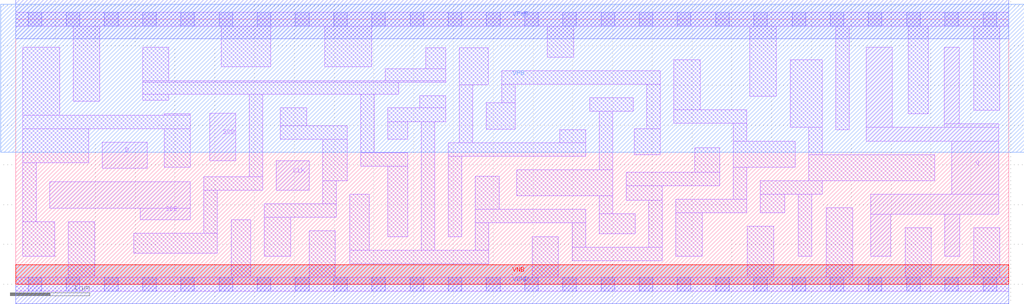
<source format=lef>
# Copyright 2020 The SkyWater PDK Authors
#
# Licensed under the Apache License, Version 2.0 (the "License");
# you may not use this file except in compliance with the License.
# You may obtain a copy of the License at
#
#     https://www.apache.org/licenses/LICENSE-2.0
#
# Unless required by applicable law or agreed to in writing, software
# distributed under the License is distributed on an "AS IS" BASIS,
# WITHOUT WARRANTIES OR CONDITIONS OF ANY KIND, either express or implied.
# See the License for the specific language governing permissions and
# limitations under the License.
#
# SPDX-License-Identifier: Apache-2.0

VERSION 5.7 ;
  NOWIREEXTENSIONATPIN ON ;
  DIVIDERCHAR "/" ;
  BUSBITCHARS "[]" ;
MACRO sky130_fd_sc_ls__sdfxtp_4
  CLASS CORE ;
  FOREIGN sky130_fd_sc_ls__sdfxtp_4 ;
  ORIGIN  0.000000  0.000000 ;
  SIZE  12.48000 BY  3.330000 ;
  SYMMETRY X Y ;
  SITE unit ;
  PIN D
    ANTENNAGATEAREA  0.159000 ;
    DIRECTION INPUT ;
    USE SIGNAL ;
    PORT
      LAYER li1 ;
        RECT 1.085000 1.455000 1.655000 1.785000 ;
    END
  END D
  PIN Q
    ANTENNADIFFAREA  1.149300 ;
    DIRECTION OUTPUT ;
    USE SIGNAL ;
    PORT
      LAYER li1 ;
        RECT 10.685000 1.800000 12.355000 1.970000 ;
        RECT 10.685000 1.970000 11.015000 2.980000 ;
        RECT 10.745000 0.350000 10.995000 0.880000 ;
        RECT 10.745000 0.880000 12.355000 1.130000 ;
        RECT 11.665000 1.970000 12.355000 2.015000 ;
        RECT 11.665000 2.015000 11.855000 2.980000 ;
        RECT 11.675000 0.350000 11.865000 0.880000 ;
        RECT 11.760000 1.130000 12.355000 1.800000 ;
    END
  END Q
  PIN SCD
    ANTENNAGATEAREA  0.159000 ;
    DIRECTION INPUT ;
    USE SIGNAL ;
    PORT
      LAYER li1 ;
        RECT 2.435000 1.550000 2.765000 2.150000 ;
    END
  END SCD
  PIN SCE
    ANTENNAGATEAREA  0.318000 ;
    DIRECTION INPUT ;
    USE SIGNAL ;
    PORT
      LAYER li1 ;
        RECT 0.425000 0.955000 2.195000 1.285000 ;
        RECT 1.565000 0.810000 2.195000 0.955000 ;
    END
  END SCE
  PIN CLK
    ANTENNAGATEAREA  0.279000 ;
    DIRECTION INPUT ;
    USE CLOCK ;
    PORT
      LAYER li1 ;
        RECT 3.275000 1.180000 3.685000 1.550000 ;
    END
  END CLK
  PIN VGND
    DIRECTION INOUT ;
    SHAPE ABUTMENT ;
    USE GROUND ;
    PORT
      LAYER met1 ;
        RECT 0.000000 -0.245000 12.480000 0.245000 ;
    END
  END VGND
  PIN VNB
    DIRECTION INOUT ;
    USE GROUND ;
    PORT
      LAYER pwell ;
        RECT 0.000000 0.000000 12.480000 0.245000 ;
    END
  END VNB
  PIN VPB
    DIRECTION INOUT ;
    USE POWER ;
    PORT
      LAYER nwell ;
        RECT -0.190000 1.660000 12.670000 3.520000 ;
    END
  END VPB
  PIN VPWR
    DIRECTION INOUT ;
    SHAPE ABUTMENT ;
    USE POWER ;
    PORT
      LAYER met1 ;
        RECT 0.000000 3.085000 12.480000 3.575000 ;
    END
  END VPWR
  OBS
    LAYER li1 ;
      RECT  0.000000 -0.085000 12.480000 0.085000 ;
      RECT  0.000000  3.245000 12.480000 3.415000 ;
      RECT  0.085000  0.350000  0.490000 0.785000 ;
      RECT  0.085000  0.785000  0.255000 1.525000 ;
      RECT  0.085000  1.525000  0.915000 1.955000 ;
      RECT  0.085000  1.955000  2.195000 2.125000 ;
      RECT  0.085000  2.125000  0.555000 2.980000 ;
      RECT  0.660000  0.085000  0.990000 0.785000 ;
      RECT  0.725000  2.300000  1.055000 3.245000 ;
      RECT  1.480000  0.390000  2.535000 0.640000 ;
      RECT  1.595000  2.310000  1.925000 2.390000 ;
      RECT  1.595000  2.390000  4.815000 2.540000 ;
      RECT  1.595000  2.540000  5.405000 2.560000 ;
      RECT  1.595000  2.560000  1.925000 2.980000 ;
      RECT  1.865000  1.470000  2.195000 1.955000 ;
      RECT  1.865000  2.125000  2.195000 2.140000 ;
      RECT  2.365000  0.640000  2.535000 1.180000 ;
      RECT  2.365000  1.180000  3.105000 1.350000 ;
      RECT  2.585000  2.730000  3.205000 3.245000 ;
      RECT  2.705000  0.085000  2.955000 0.810000 ;
      RECT  2.935000  1.350000  3.105000 2.390000 ;
      RECT  3.125000  0.350000  3.455000 0.840000 ;
      RECT  3.125000  0.840000  4.025000 1.010000 ;
      RECT  3.325000  1.820000  4.165000 1.990000 ;
      RECT  3.325000  1.990000  3.655000 2.220000 ;
      RECT  3.685000  0.085000  4.015000 0.670000 ;
      RECT  3.855000  1.010000  4.025000 1.300000 ;
      RECT  3.855000  1.300000  4.165000 1.820000 ;
      RECT  3.885000  2.730000  4.475000 3.245000 ;
      RECT  4.195000  0.255000  5.945000 0.425000 ;
      RECT  4.195000  0.425000  4.445000 1.130000 ;
      RECT  4.335000  1.480000  4.925000 1.650000 ;
      RECT  4.335000  1.650000  4.505000 2.390000 ;
      RECT  4.645000  2.560000  5.405000 2.710000 ;
      RECT  4.675000  0.595000  4.925000 1.480000 ;
      RECT  4.675000  1.820000  4.925000 2.040000 ;
      RECT  4.675000  2.040000  5.405000 2.220000 ;
      RECT  5.075000  2.220000  5.405000 2.370000 ;
      RECT  5.095000  0.425000  5.265000 2.040000 ;
      RECT  5.155000  2.710000  5.405000 2.970000 ;
      RECT  5.435000  0.595000  5.605000 1.610000 ;
      RECT  5.435000  1.610000  7.160000 1.780000 ;
      RECT  5.575000  1.780000  5.745000 2.510000 ;
      RECT  5.575000  2.510000  5.935000 2.970000 ;
      RECT  5.775000  0.425000  5.945000 0.770000 ;
      RECT  5.775000  0.770000  7.160000 0.940000 ;
      RECT  5.775000  0.940000  6.075000 1.360000 ;
      RECT  5.915000  1.950000  6.275000 2.280000 ;
      RECT  6.105000  2.280000  6.275000 2.515000 ;
      RECT  6.105000  2.515000  8.100000 2.685000 ;
      RECT  6.295000  1.110000  7.500000 1.440000 ;
      RECT  6.490000  0.085000  6.820000 0.600000 ;
      RECT  6.680000  2.855000  7.010000 3.245000 ;
      RECT  6.835000  1.780000  7.160000 1.940000 ;
      RECT  6.990000  0.295000  8.125000 0.465000 ;
      RECT  6.990000  0.465000  7.160000 0.770000 ;
      RECT  7.215000  2.175000  7.760000 2.345000 ;
      RECT  7.330000  0.635000  7.785000 0.885000 ;
      RECT  7.330000  0.885000  7.500000 1.110000 ;
      RECT  7.330000  1.440000  7.500000 2.175000 ;
      RECT  7.670000  1.055000  8.125000 1.240000 ;
      RECT  7.670000  1.240000  8.845000 1.410000 ;
      RECT  7.770000  1.625000  8.100000 1.955000 ;
      RECT  7.930000  1.955000  8.100000 2.515000 ;
      RECT  7.955000  0.465000  8.125000 1.055000 ;
      RECT  8.270000  2.020000  9.185000 2.190000 ;
      RECT  8.270000  2.190000  8.600000 2.820000 ;
      RECT  8.295000  0.350000  8.625000 0.900000 ;
      RECT  8.295000  0.900000  9.185000 1.070000 ;
      RECT  8.535000  1.410000  8.845000 1.715000 ;
      RECT  9.015000  1.070000  9.185000 1.470000 ;
      RECT  9.015000  1.470000  9.795000 1.800000 ;
      RECT  9.015000  1.800000  9.185000 2.020000 ;
      RECT  9.195000  0.085000  9.525000 0.730000 ;
      RECT  9.225000  2.360000  9.555000 3.245000 ;
      RECT  9.355000  0.900000  9.665000 1.130000 ;
      RECT  9.355000  1.130000 10.135000 1.300000 ;
      RECT  9.730000  1.970000 10.135000 2.820000 ;
      RECT  9.835000  0.350000 10.005000 1.130000 ;
      RECT  9.965000  1.300000 11.545000 1.630000 ;
      RECT  9.965000  1.630000 10.135000 1.970000 ;
      RECT 10.185000  0.085000 10.515000 0.960000 ;
      RECT 10.305000  1.940000 10.475000 3.245000 ;
      RECT 11.175000  0.085000 11.505000 0.710000 ;
      RECT 11.215000  2.140000 11.465000 3.245000 ;
      RECT 12.035000  0.085000 12.365000 0.710000 ;
      RECT 12.035000  2.185000 12.365000 3.245000 ;
    LAYER mcon ;
      RECT  0.155000 -0.085000  0.325000 0.085000 ;
      RECT  0.155000  3.245000  0.325000 3.415000 ;
      RECT  0.635000 -0.085000  0.805000 0.085000 ;
      RECT  0.635000  3.245000  0.805000 3.415000 ;
      RECT  1.115000 -0.085000  1.285000 0.085000 ;
      RECT  1.115000  3.245000  1.285000 3.415000 ;
      RECT  1.595000 -0.085000  1.765000 0.085000 ;
      RECT  1.595000  3.245000  1.765000 3.415000 ;
      RECT  2.075000 -0.085000  2.245000 0.085000 ;
      RECT  2.075000  3.245000  2.245000 3.415000 ;
      RECT  2.555000 -0.085000  2.725000 0.085000 ;
      RECT  2.555000  3.245000  2.725000 3.415000 ;
      RECT  3.035000 -0.085000  3.205000 0.085000 ;
      RECT  3.035000  3.245000  3.205000 3.415000 ;
      RECT  3.515000 -0.085000  3.685000 0.085000 ;
      RECT  3.515000  3.245000  3.685000 3.415000 ;
      RECT  3.995000 -0.085000  4.165000 0.085000 ;
      RECT  3.995000  3.245000  4.165000 3.415000 ;
      RECT  4.475000 -0.085000  4.645000 0.085000 ;
      RECT  4.475000  3.245000  4.645000 3.415000 ;
      RECT  4.955000 -0.085000  5.125000 0.085000 ;
      RECT  4.955000  3.245000  5.125000 3.415000 ;
      RECT  5.435000 -0.085000  5.605000 0.085000 ;
      RECT  5.435000  3.245000  5.605000 3.415000 ;
      RECT  5.915000 -0.085000  6.085000 0.085000 ;
      RECT  5.915000  3.245000  6.085000 3.415000 ;
      RECT  6.395000 -0.085000  6.565000 0.085000 ;
      RECT  6.395000  3.245000  6.565000 3.415000 ;
      RECT  6.875000 -0.085000  7.045000 0.085000 ;
      RECT  6.875000  3.245000  7.045000 3.415000 ;
      RECT  7.355000 -0.085000  7.525000 0.085000 ;
      RECT  7.355000  3.245000  7.525000 3.415000 ;
      RECT  7.835000 -0.085000  8.005000 0.085000 ;
      RECT  7.835000  3.245000  8.005000 3.415000 ;
      RECT  8.315000 -0.085000  8.485000 0.085000 ;
      RECT  8.315000  3.245000  8.485000 3.415000 ;
      RECT  8.795000 -0.085000  8.965000 0.085000 ;
      RECT  8.795000  3.245000  8.965000 3.415000 ;
      RECT  9.275000 -0.085000  9.445000 0.085000 ;
      RECT  9.275000  3.245000  9.445000 3.415000 ;
      RECT  9.755000 -0.085000  9.925000 0.085000 ;
      RECT  9.755000  3.245000  9.925000 3.415000 ;
      RECT 10.235000 -0.085000 10.405000 0.085000 ;
      RECT 10.235000  3.245000 10.405000 3.415000 ;
      RECT 10.715000 -0.085000 10.885000 0.085000 ;
      RECT 10.715000  3.245000 10.885000 3.415000 ;
      RECT 11.195000 -0.085000 11.365000 0.085000 ;
      RECT 11.195000  3.245000 11.365000 3.415000 ;
      RECT 11.675000 -0.085000 11.845000 0.085000 ;
      RECT 11.675000  3.245000 11.845000 3.415000 ;
      RECT 12.155000 -0.085000 12.325000 0.085000 ;
      RECT 12.155000  3.245000 12.325000 3.415000 ;
  END
END sky130_fd_sc_ls__sdfxtp_4
END LIBRARY

</source>
